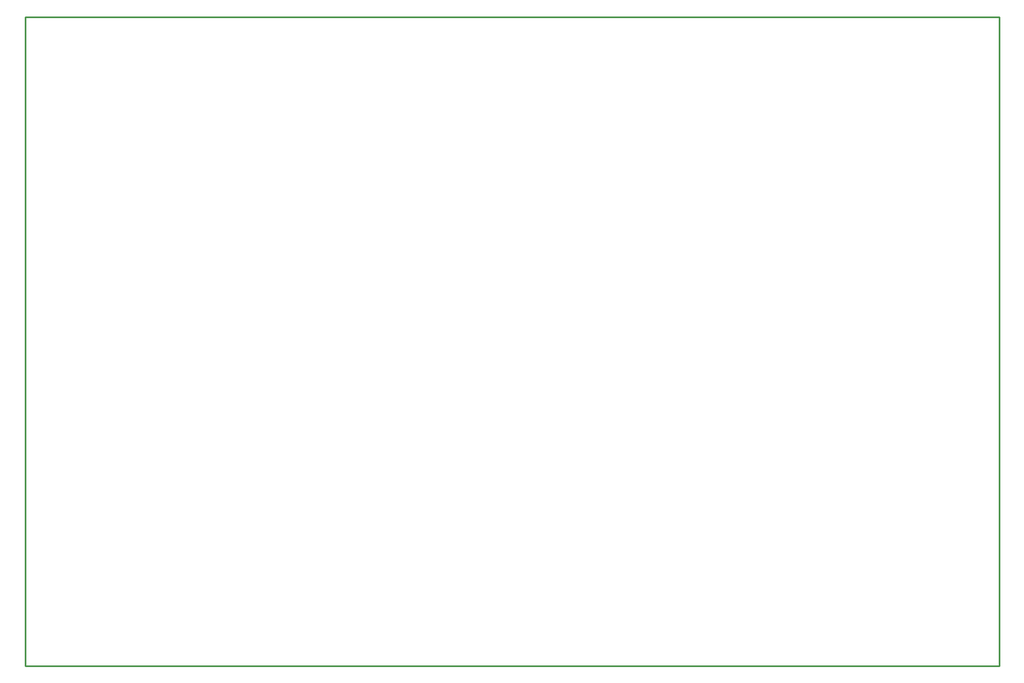
<source format=gko>
G04 Layer: BoardOutline*
G04 EasyEDA v6.4.7, 2021-01-23T14:16:31+05:30*
G04 c51e990780d247319b14f838fd0acc24,02e763260c664b4eba746f00e1d76479,10*
G04 Gerber Generator version 0.2*
G04 Scale: 100 percent, Rotated: No, Reflected: No *
G04 Dimensions in millimeters *
G04 leading zeros omitted , absolute positions ,3 integer and 3 decimal *
%FSLAX33Y33*%
%MOMM*%
G90*
D02*

%ADD10C,0.254000*%
G54D10*
G01X0Y100000D02*
G01X149999Y100000D01*
G01X149999Y0D01*
G01X0Y0D01*
G01X0Y100000D01*

%LPD*%
M00*
M02*

</source>
